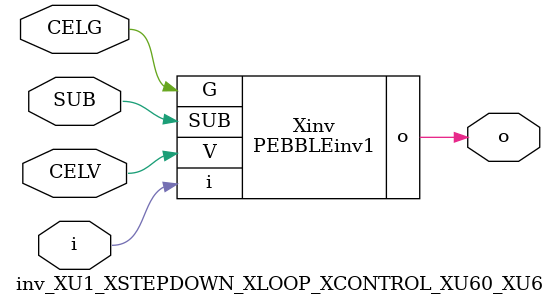
<source format=v>



module PEBBLEinv1 ( o, G, SUB, V, i );

  input V;
  input i;
  input G;
  output o;
  input SUB;
endmodule

//Celera Confidential Do Not Copy inv_XU1_XSTEPDOWN_XLOOP_XCONTROL_XU60_XU6
//Celera Confidential Symbol Generator
//5V Inverter
module inv_XU1_XSTEPDOWN_XLOOP_XCONTROL_XU60_XU6 (CELV,CELG,i,o,SUB);
input CELV;
input CELG;
input i;
input SUB;
output o;

//Celera Confidential Do Not Copy inv
PEBBLEinv1 Xinv(
.V (CELV),
.i (i),
.o (o),
.SUB (SUB),
.G (CELG)
);
//,diesize,PEBBLEinv1

//Celera Confidential Do Not Copy Module End
//Celera Schematic Generator
endmodule

</source>
